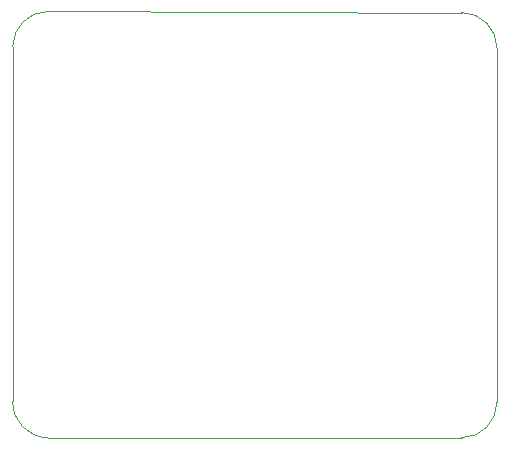
<source format=gbr>
%TF.GenerationSoftware,KiCad,Pcbnew,(6.0.5)*%
%TF.CreationDate,2023-02-15T13:04:29-08:00*%
%TF.ProjectId,STM32tut,53544d33-3274-4757-942e-6b696361645f,rev?*%
%TF.SameCoordinates,Original*%
%TF.FileFunction,Profile,NP*%
%FSLAX46Y46*%
G04 Gerber Fmt 4.6, Leading zero omitted, Abs format (unit mm)*
G04 Created by KiCad (PCBNEW (6.0.5)) date 2023-02-15 13:04:29*
%MOMM*%
%LPD*%
G01*
G04 APERTURE LIST*
%TA.AperFunction,Profile*%
%ADD10C,0.100000*%
%TD*%
G04 APERTURE END LIST*
D10*
X120000000Y-61900000D02*
X155000000Y-62000000D01*
X120000000Y-61900000D02*
G75*
G03*
X117000000Y-64900000I0J-3000000D01*
G01*
X117001782Y-94896613D02*
X117000000Y-64900000D01*
X117001782Y-94896613D02*
G75*
G03*
X120000000Y-98000000I2998218J-103387D01*
G01*
X155000000Y-98000000D02*
X120000000Y-98000000D01*
X155000000Y-98000000D02*
G75*
G03*
X158000000Y-95000000I0J3000000D01*
G01*
X158000000Y-65000000D02*
X158000000Y-95000000D01*
X158000000Y-65000000D02*
G75*
G03*
X155000000Y-62000000I-3000000J0D01*
G01*
M02*

</source>
